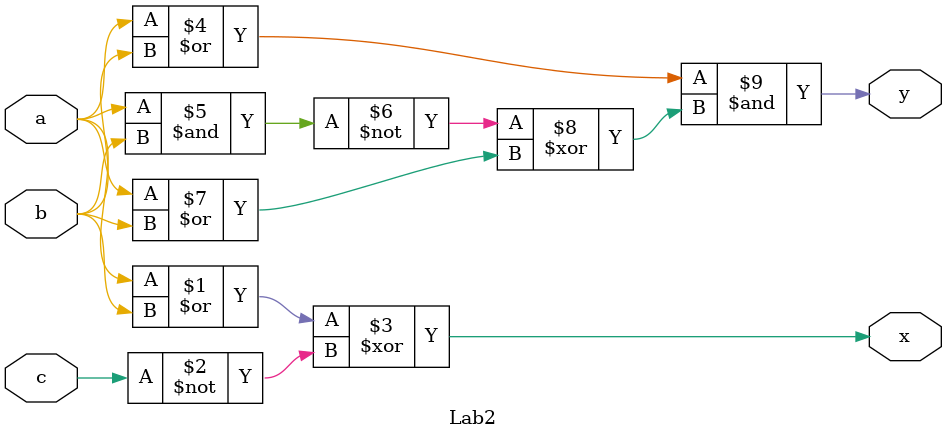
<source format=sv>
`timescale 1ns / 1ps

module Lab2(
output x, y,  
    input a, b, c
   ); 
    
    assign x = ((a | b) ^ ~c) ;
    assign y = (a | b) & (~(a & b) ^ (a | b));
endmodule

</source>
